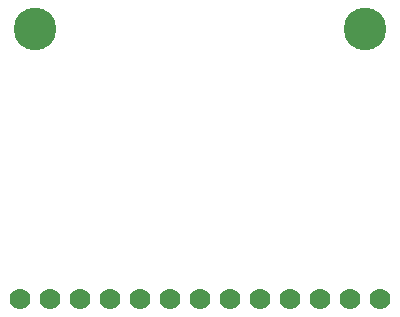
<source format=gbr>
G04 EAGLE Gerber RS-274X export*
G75*
%MOMM*%
%FSLAX34Y34*%
%LPD*%
%INSoldermask Bottom*%
%IPPOS*%
%AMOC8*
5,1,8,0,0,1.08239X$1,22.5*%
G01*
%ADD10C,3.617600*%
%ADD11C,1.778000*%


D10*
X25400Y254000D03*
X304800Y254000D03*
D11*
X12700Y25400D03*
X38100Y25400D03*
X63500Y25400D03*
X88900Y25400D03*
X114300Y25400D03*
X139700Y25400D03*
X165100Y25400D03*
X190500Y25400D03*
X215900Y25400D03*
X241300Y25400D03*
X266700Y25400D03*
X292100Y25400D03*
X317500Y25400D03*
M02*

</source>
